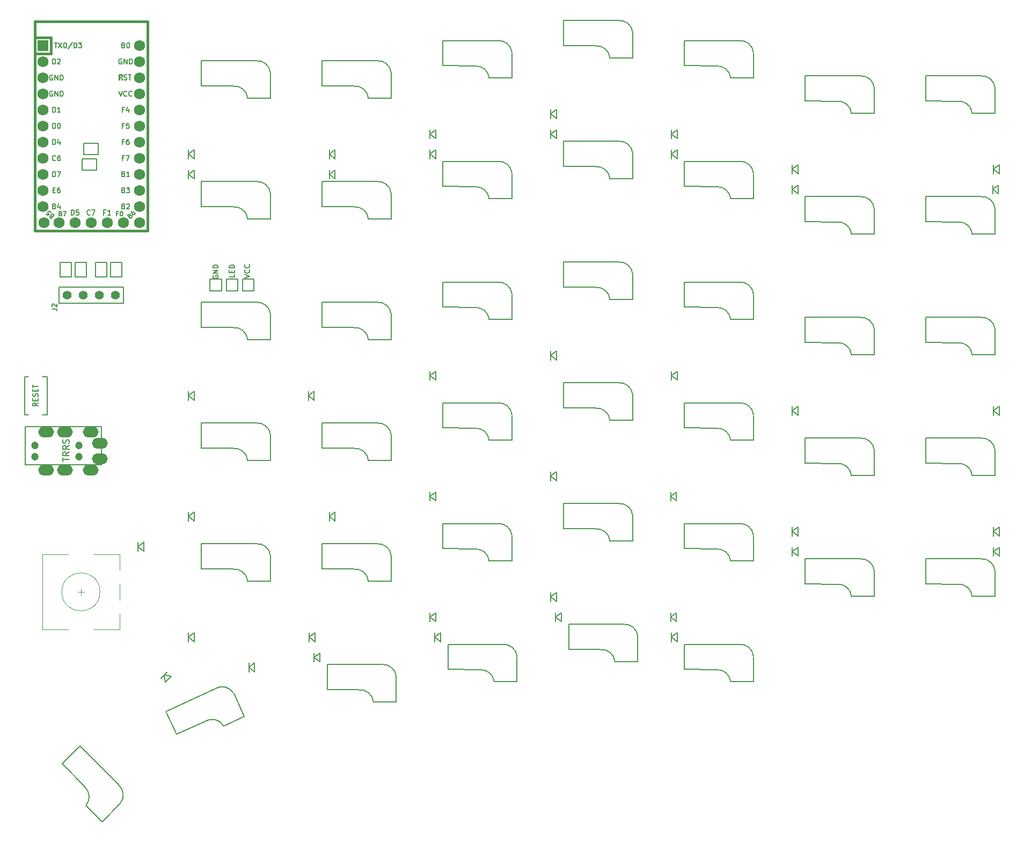
<source format=gbr>
%TF.GenerationSoftware,KiCad,Pcbnew,(6.0.1)*%
%TF.CreationDate,2022-02-14T18:22:42+08:00*%
%TF.ProjectId,Sofle_Extended,536f666c-655f-4457-9874-656e6465642e,rev?*%
%TF.SameCoordinates,Original*%
%TF.FileFunction,Legend,Top*%
%TF.FilePolarity,Positive*%
%FSLAX46Y46*%
G04 Gerber Fmt 4.6, Leading zero omitted, Abs format (unit mm)*
G04 Created by KiCad (PCBNEW (6.0.1)) date 2022-02-14 18:22:42*
%MOMM*%
%LPD*%
G01*
G04 APERTURE LIST*
%ADD10C,0.150000*%
%ADD11C,0.120000*%
%ADD12C,0.381000*%
%ADD13C,1.200000*%
%ADD14O,2.500000X1.700000*%
%ADD15R,1.752600X1.752600*%
%ADD16C,1.752600*%
%ADD17C,1.397000*%
G04 APERTURE END LIST*
D10*
%TO.C,J3*%
X76496130Y-104030654D02*
X76496130Y-103459226D01*
X77496130Y-103744940D02*
X76496130Y-103744940D01*
X77496130Y-102554464D02*
X77019940Y-102887797D01*
X77496130Y-103125892D02*
X76496130Y-103125892D01*
X76496130Y-102744940D01*
X76543750Y-102649702D01*
X76591369Y-102602083D01*
X76686607Y-102554464D01*
X76829464Y-102554464D01*
X76924702Y-102602083D01*
X76972321Y-102649702D01*
X77019940Y-102744940D01*
X77019940Y-103125892D01*
X77496130Y-101554464D02*
X77019940Y-101887797D01*
X77496130Y-102125892D02*
X76496130Y-102125892D01*
X76496130Y-101744940D01*
X76543750Y-101649702D01*
X76591369Y-101602083D01*
X76686607Y-101554464D01*
X76829464Y-101554464D01*
X76924702Y-101602083D01*
X76972321Y-101649702D01*
X77019940Y-101744940D01*
X77019940Y-102125892D01*
X77448511Y-101173511D02*
X77496130Y-101030654D01*
X77496130Y-100792559D01*
X77448511Y-100697321D01*
X77400892Y-100649702D01*
X77305654Y-100602083D01*
X77210416Y-100602083D01*
X77115178Y-100649702D01*
X77067559Y-100697321D01*
X77019940Y-100792559D01*
X76972321Y-100983035D01*
X76924702Y-101078273D01*
X76877083Y-101125892D01*
X76781845Y-101173511D01*
X76686607Y-101173511D01*
X76591369Y-101125892D01*
X76543750Y-101078273D01*
X76496130Y-100983035D01*
X76496130Y-100744940D01*
X76543750Y-100602083D01*
%TO.C,J1*%
X100237500Y-74709523D02*
X100199404Y-74785714D01*
X100199404Y-74900000D01*
X100237500Y-75014285D01*
X100313690Y-75090476D01*
X100389880Y-75128571D01*
X100542261Y-75166666D01*
X100656547Y-75166666D01*
X100808928Y-75128571D01*
X100885119Y-75090476D01*
X100961309Y-75014285D01*
X100999404Y-74900000D01*
X100999404Y-74823809D01*
X100961309Y-74709523D01*
X100923214Y-74671428D01*
X100656547Y-74671428D01*
X100656547Y-74823809D01*
X100999404Y-74328571D02*
X100199404Y-74328571D01*
X100999404Y-73871428D01*
X100199404Y-73871428D01*
X100999404Y-73490476D02*
X100199404Y-73490476D01*
X100199404Y-73300000D01*
X100237500Y-73185714D01*
X100313690Y-73109523D01*
X100389880Y-73071428D01*
X100542261Y-73033333D01*
X100656547Y-73033333D01*
X100808928Y-73071428D01*
X100885119Y-73109523D01*
X100961309Y-73185714D01*
X100999404Y-73300000D01*
X100999404Y-73490476D01*
X103599404Y-74514285D02*
X103599404Y-74895238D01*
X102799404Y-74895238D01*
X103180357Y-74247619D02*
X103180357Y-73980952D01*
X103599404Y-73866666D02*
X103599404Y-74247619D01*
X102799404Y-74247619D01*
X102799404Y-73866666D01*
X103599404Y-73523809D02*
X102799404Y-73523809D01*
X102799404Y-73333333D01*
X102837500Y-73219047D01*
X102913690Y-73142857D01*
X102989880Y-73104761D01*
X103142261Y-73066666D01*
X103256547Y-73066666D01*
X103408928Y-73104761D01*
X103485119Y-73142857D01*
X103561309Y-73219047D01*
X103599404Y-73333333D01*
X103599404Y-73523809D01*
X105199404Y-75066666D02*
X105999404Y-74800000D01*
X105199404Y-74533333D01*
X105923214Y-73809523D02*
X105961309Y-73847619D01*
X105999404Y-73961904D01*
X105999404Y-74038095D01*
X105961309Y-74152380D01*
X105885119Y-74228571D01*
X105808928Y-74266666D01*
X105656547Y-74304761D01*
X105542261Y-74304761D01*
X105389880Y-74266666D01*
X105313690Y-74228571D01*
X105237500Y-74152380D01*
X105199404Y-74038095D01*
X105199404Y-73961904D01*
X105237500Y-73847619D01*
X105275595Y-73809523D01*
X105923214Y-73009523D02*
X105961309Y-73047619D01*
X105999404Y-73161904D01*
X105999404Y-73238095D01*
X105961309Y-73352380D01*
X105885119Y-73428571D01*
X105808928Y-73466666D01*
X105656547Y-73504761D01*
X105542261Y-73504761D01*
X105389880Y-73466666D01*
X105313690Y-73428571D01*
X105237500Y-73352380D01*
X105199404Y-73238095D01*
X105199404Y-73161904D01*
X105237500Y-73047619D01*
X105275595Y-73009523D01*
%TO.C,RSW1*%
X72593154Y-94824404D02*
X72212202Y-95091071D01*
X72593154Y-95281547D02*
X71793154Y-95281547D01*
X71793154Y-94976785D01*
X71831250Y-94900595D01*
X71869345Y-94862500D01*
X71945535Y-94824404D01*
X72059821Y-94824404D01*
X72136011Y-94862500D01*
X72174107Y-94900595D01*
X72212202Y-94976785D01*
X72212202Y-95281547D01*
X72174107Y-94481547D02*
X72174107Y-94214880D01*
X72593154Y-94100595D02*
X72593154Y-94481547D01*
X71793154Y-94481547D01*
X71793154Y-94100595D01*
X72555059Y-93795833D02*
X72593154Y-93681547D01*
X72593154Y-93491071D01*
X72555059Y-93414880D01*
X72516964Y-93376785D01*
X72440773Y-93338690D01*
X72364583Y-93338690D01*
X72288392Y-93376785D01*
X72250297Y-93414880D01*
X72212202Y-93491071D01*
X72174107Y-93643452D01*
X72136011Y-93719642D01*
X72097916Y-93757738D01*
X72021726Y-93795833D01*
X71945535Y-93795833D01*
X71869345Y-93757738D01*
X71831250Y-93719642D01*
X71793154Y-93643452D01*
X71793154Y-93452976D01*
X71831250Y-93338690D01*
X72174107Y-92995833D02*
X72174107Y-92729166D01*
X72593154Y-92614880D02*
X72593154Y-92995833D01*
X71793154Y-92995833D01*
X71793154Y-92614880D01*
X71793154Y-92386309D02*
X71793154Y-91929166D01*
X72593154Y-92157738D02*
X71793154Y-92157738D01*
%TO.C,U1*%
X86099690Y-63760357D02*
X86213976Y-63798452D01*
X86252071Y-63836547D01*
X86290166Y-63912738D01*
X86290166Y-64027023D01*
X86252071Y-64103214D01*
X86213976Y-64141309D01*
X86137785Y-64179404D01*
X85833023Y-64179404D01*
X85833023Y-63379404D01*
X86099690Y-63379404D01*
X86175880Y-63417500D01*
X86213976Y-63455595D01*
X86252071Y-63531785D01*
X86252071Y-63607976D01*
X86213976Y-63684166D01*
X86175880Y-63722261D01*
X86099690Y-63760357D01*
X85833023Y-63760357D01*
X86594928Y-63455595D02*
X86633023Y-63417500D01*
X86709214Y-63379404D01*
X86899690Y-63379404D01*
X86975880Y-63417500D01*
X87013976Y-63455595D01*
X87052071Y-63531785D01*
X87052071Y-63607976D01*
X87013976Y-63722261D01*
X86556833Y-64179404D01*
X87052071Y-64179404D01*
X74911023Y-54019404D02*
X74911023Y-53219404D01*
X75101500Y-53219404D01*
X75215785Y-53257500D01*
X75291976Y-53333690D01*
X75330071Y-53409880D01*
X75368166Y-53562261D01*
X75368166Y-53676547D01*
X75330071Y-53828928D01*
X75291976Y-53905119D01*
X75215785Y-53981309D01*
X75101500Y-54019404D01*
X74911023Y-54019404D01*
X76053880Y-53486071D02*
X76053880Y-54019404D01*
X75863404Y-53181309D02*
X75672928Y-53752738D01*
X76168166Y-53752738D01*
X74891976Y-43097500D02*
X74815785Y-43059404D01*
X74701500Y-43059404D01*
X74587214Y-43097500D01*
X74511023Y-43173690D01*
X74472928Y-43249880D01*
X74434833Y-43402261D01*
X74434833Y-43516547D01*
X74472928Y-43668928D01*
X74511023Y-43745119D01*
X74587214Y-43821309D01*
X74701500Y-43859404D01*
X74777690Y-43859404D01*
X74891976Y-43821309D01*
X74930071Y-43783214D01*
X74930071Y-43516547D01*
X74777690Y-43516547D01*
X75272928Y-43859404D02*
X75272928Y-43059404D01*
X75730071Y-43859404D01*
X75730071Y-43059404D01*
X76111023Y-43859404D02*
X76111023Y-43059404D01*
X76301500Y-43059404D01*
X76415785Y-43097500D01*
X76491976Y-43173690D01*
X76530071Y-43249880D01*
X76568166Y-43402261D01*
X76568166Y-43516547D01*
X76530071Y-43668928D01*
X76491976Y-43745119D01*
X76415785Y-43821309D01*
X76301500Y-43859404D01*
X76111023Y-43859404D01*
X74911023Y-59099404D02*
X74911023Y-58299404D01*
X75101500Y-58299404D01*
X75215785Y-58337500D01*
X75291976Y-58413690D01*
X75330071Y-58489880D01*
X75368166Y-58642261D01*
X75368166Y-58756547D01*
X75330071Y-58908928D01*
X75291976Y-58985119D01*
X75215785Y-59061309D01*
X75101500Y-59099404D01*
X74911023Y-59099404D01*
X75634833Y-58299404D02*
X76168166Y-58299404D01*
X75825309Y-59099404D01*
X86162286Y-43791309D02*
X86276572Y-43829404D01*
X86467048Y-43829404D01*
X86543239Y-43791309D01*
X86581334Y-43753214D01*
X86619429Y-43677023D01*
X86619429Y-43600833D01*
X86581334Y-43524642D01*
X86543239Y-43486547D01*
X86467048Y-43448452D01*
X86314667Y-43410357D01*
X86238477Y-43372261D01*
X86200381Y-43334166D01*
X86162286Y-43257976D01*
X86162286Y-43181785D01*
X86200381Y-43105595D01*
X86238477Y-43067500D01*
X86314667Y-43029404D01*
X86505143Y-43029404D01*
X86619429Y-43067500D01*
X86848000Y-43029404D02*
X87305143Y-43029404D01*
X87076572Y-43829404D02*
X87076572Y-43029404D01*
X86156833Y-56140357D02*
X85890166Y-56140357D01*
X85890166Y-56559404D02*
X85890166Y-55759404D01*
X86271119Y-55759404D01*
X86499690Y-55759404D02*
X87033023Y-55759404D01*
X86690166Y-56559404D01*
X85356833Y-45599404D02*
X85623500Y-46399404D01*
X85890166Y-45599404D01*
X86613976Y-46323214D02*
X86575880Y-46361309D01*
X86461595Y-46399404D01*
X86385404Y-46399404D01*
X86271119Y-46361309D01*
X86194928Y-46285119D01*
X86156833Y-46208928D01*
X86118738Y-46056547D01*
X86118738Y-45942261D01*
X86156833Y-45789880D01*
X86194928Y-45713690D01*
X86271119Y-45637500D01*
X86385404Y-45599404D01*
X86461595Y-45599404D01*
X86575880Y-45637500D01*
X86613976Y-45675595D01*
X87413976Y-46323214D02*
X87375880Y-46361309D01*
X87261595Y-46399404D01*
X87185404Y-46399404D01*
X87071119Y-46361309D01*
X86994928Y-46285119D01*
X86956833Y-46208928D01*
X86918738Y-46056547D01*
X86918738Y-45942261D01*
X86956833Y-45789880D01*
X86994928Y-45713690D01*
X87071119Y-45637500D01*
X87185404Y-45599404D01*
X87261595Y-45599404D01*
X87375880Y-45637500D01*
X87413976Y-45675595D01*
X80829166Y-65073214D02*
X80791071Y-65111309D01*
X80676785Y-65149404D01*
X80600595Y-65149404D01*
X80486309Y-65111309D01*
X80410119Y-65035119D01*
X80372023Y-64958928D01*
X80333928Y-64806547D01*
X80333928Y-64692261D01*
X80372023Y-64539880D01*
X80410119Y-64463690D01*
X80486309Y-64387500D01*
X80600595Y-64349404D01*
X80676785Y-64349404D01*
X80791071Y-64387500D01*
X80829166Y-64425595D01*
X81095833Y-64349404D02*
X81629166Y-64349404D01*
X81286309Y-65149404D01*
X86156833Y-53600357D02*
X85890166Y-53600357D01*
X85890166Y-54019404D02*
X85890166Y-53219404D01*
X86271119Y-53219404D01*
X86918738Y-53219404D02*
X86766357Y-53219404D01*
X86690166Y-53257500D01*
X86652071Y-53295595D01*
X86575880Y-53409880D01*
X86537785Y-53562261D01*
X86537785Y-53867023D01*
X86575880Y-53943214D01*
X86613976Y-53981309D01*
X86690166Y-54019404D01*
X86842547Y-54019404D01*
X86918738Y-53981309D01*
X86956833Y-53943214D01*
X86994928Y-53867023D01*
X86994928Y-53676547D01*
X86956833Y-53600357D01*
X86918738Y-53562261D01*
X86842547Y-53524166D01*
X86690166Y-53524166D01*
X86613976Y-53562261D01*
X86575880Y-53600357D01*
X86537785Y-53676547D01*
X74911023Y-51479404D02*
X74911023Y-50679404D01*
X75101500Y-50679404D01*
X75215785Y-50717500D01*
X75291976Y-50793690D01*
X75330071Y-50869880D01*
X75368166Y-51022261D01*
X75368166Y-51136547D01*
X75330071Y-51288928D01*
X75291976Y-51365119D01*
X75215785Y-51441309D01*
X75101500Y-51479404D01*
X74911023Y-51479404D01*
X75863404Y-50679404D02*
X75939595Y-50679404D01*
X76015785Y-50717500D01*
X76053880Y-50755595D01*
X76091976Y-50831785D01*
X76130071Y-50984166D01*
X76130071Y-51174642D01*
X76091976Y-51327023D01*
X76053880Y-51403214D01*
X76015785Y-51441309D01*
X75939595Y-51479404D01*
X75863404Y-51479404D01*
X75787214Y-51441309D01*
X75749119Y-51403214D01*
X75711023Y-51327023D01*
X75672928Y-51174642D01*
X75672928Y-50984166D01*
X75711023Y-50831785D01*
X75749119Y-50755595D01*
X75787214Y-50717500D01*
X75863404Y-50679404D01*
X86156833Y-48520357D02*
X85890166Y-48520357D01*
X85890166Y-48939404D02*
X85890166Y-48139404D01*
X86271119Y-48139404D01*
X86918738Y-48406071D02*
X86918738Y-48939404D01*
X86728261Y-48101309D02*
X86537785Y-48672738D01*
X87033023Y-48672738D01*
X75177690Y-63760357D02*
X75291976Y-63798452D01*
X75330071Y-63836547D01*
X75368166Y-63912738D01*
X75368166Y-64027023D01*
X75330071Y-64103214D01*
X75291976Y-64141309D01*
X75215785Y-64179404D01*
X74911023Y-64179404D01*
X74911023Y-63379404D01*
X75177690Y-63379404D01*
X75253880Y-63417500D01*
X75291976Y-63455595D01*
X75330071Y-63531785D01*
X75330071Y-63607976D01*
X75291976Y-63684166D01*
X75253880Y-63722261D01*
X75177690Y-63760357D01*
X74911023Y-63760357D01*
X76053880Y-63646071D02*
X76053880Y-64179404D01*
X75863404Y-63341309D02*
X75672928Y-63912738D01*
X76168166Y-63912738D01*
X85229166Y-64937500D02*
X84995833Y-64937500D01*
X84995833Y-65304166D02*
X84995833Y-64604166D01*
X85329166Y-64604166D01*
X85729166Y-64604166D02*
X85795833Y-64604166D01*
X85862500Y-64637500D01*
X85895833Y-64670833D01*
X85929166Y-64737500D01*
X85962500Y-64870833D01*
X85962500Y-65037500D01*
X85929166Y-65170833D01*
X85895833Y-65237500D01*
X85862500Y-65270833D01*
X85795833Y-65304166D01*
X85729166Y-65304166D01*
X85662500Y-65270833D01*
X85629166Y-65237500D01*
X85595833Y-65170833D01*
X85562500Y-65037500D01*
X85562500Y-64870833D01*
X85595833Y-64737500D01*
X85629166Y-64670833D01*
X85662500Y-64637500D01*
X85729166Y-64604166D01*
X86099690Y-58680357D02*
X86213976Y-58718452D01*
X86252071Y-58756547D01*
X86290166Y-58832738D01*
X86290166Y-58947023D01*
X86252071Y-59023214D01*
X86213976Y-59061309D01*
X86137785Y-59099404D01*
X85833023Y-59099404D01*
X85833023Y-58299404D01*
X86099690Y-58299404D01*
X86175880Y-58337500D01*
X86213976Y-58375595D01*
X86252071Y-58451785D01*
X86252071Y-58527976D01*
X86213976Y-58604166D01*
X86175880Y-58642261D01*
X86099690Y-58680357D01*
X85833023Y-58680357D01*
X87052071Y-59099404D02*
X86594928Y-59099404D01*
X86823500Y-59099404D02*
X86823500Y-58299404D01*
X86747309Y-58413690D01*
X86671119Y-58489880D01*
X86594928Y-58527976D01*
X74911023Y-48939404D02*
X74911023Y-48139404D01*
X75101500Y-48139404D01*
X75215785Y-48177500D01*
X75291976Y-48253690D01*
X75330071Y-48329880D01*
X75368166Y-48482261D01*
X75368166Y-48596547D01*
X75330071Y-48748928D01*
X75291976Y-48825119D01*
X75215785Y-48901309D01*
X75101500Y-48939404D01*
X74911023Y-48939404D01*
X76130071Y-48939404D02*
X75672928Y-48939404D01*
X75901500Y-48939404D02*
X75901500Y-48139404D01*
X75825309Y-48253690D01*
X75749119Y-48329880D01*
X75672928Y-48367976D01*
X77832023Y-65149404D02*
X77832023Y-64349404D01*
X78022500Y-64349404D01*
X78136785Y-64387500D01*
X78212976Y-64463690D01*
X78251071Y-64539880D01*
X78289166Y-64692261D01*
X78289166Y-64806547D01*
X78251071Y-64958928D01*
X78212976Y-65035119D01*
X78136785Y-65111309D01*
X78022500Y-65149404D01*
X77832023Y-65149404D01*
X79012976Y-64349404D02*
X78632023Y-64349404D01*
X78593928Y-64730357D01*
X78632023Y-64692261D01*
X78708214Y-64654166D01*
X78898690Y-64654166D01*
X78974880Y-64692261D01*
X79012976Y-64730357D01*
X79051071Y-64806547D01*
X79051071Y-64997023D01*
X79012976Y-65073214D01*
X78974880Y-65111309D01*
X78898690Y-65149404D01*
X78708214Y-65149404D01*
X78632023Y-65111309D01*
X78593928Y-65073214D01*
X85813976Y-40557500D02*
X85737785Y-40519404D01*
X85623500Y-40519404D01*
X85509214Y-40557500D01*
X85433023Y-40633690D01*
X85394928Y-40709880D01*
X85356833Y-40862261D01*
X85356833Y-40976547D01*
X85394928Y-41128928D01*
X85433023Y-41205119D01*
X85509214Y-41281309D01*
X85623500Y-41319404D01*
X85699690Y-41319404D01*
X85813976Y-41281309D01*
X85852071Y-41243214D01*
X85852071Y-40976547D01*
X85699690Y-40976547D01*
X86194928Y-41319404D02*
X86194928Y-40519404D01*
X86652071Y-41319404D01*
X86652071Y-40519404D01*
X87033023Y-41319404D02*
X87033023Y-40519404D01*
X87223500Y-40519404D01*
X87337785Y-40557500D01*
X87413976Y-40633690D01*
X87452071Y-40709880D01*
X87490166Y-40862261D01*
X87490166Y-40976547D01*
X87452071Y-41128928D01*
X87413976Y-41205119D01*
X87337785Y-41281309D01*
X87223500Y-41319404D01*
X87033023Y-41319404D01*
X75368166Y-56483214D02*
X75330071Y-56521309D01*
X75215785Y-56559404D01*
X75139595Y-56559404D01*
X75025309Y-56521309D01*
X74949119Y-56445119D01*
X74911023Y-56368928D01*
X74872928Y-56216547D01*
X74872928Y-56102261D01*
X74911023Y-55949880D01*
X74949119Y-55873690D01*
X75025309Y-55797500D01*
X75139595Y-55759404D01*
X75215785Y-55759404D01*
X75330071Y-55797500D01*
X75368166Y-55835595D01*
X76053880Y-55759404D02*
X75901500Y-55759404D01*
X75825309Y-55797500D01*
X75787214Y-55835595D01*
X75711023Y-55949880D01*
X75672928Y-56102261D01*
X75672928Y-56407023D01*
X75711023Y-56483214D01*
X75749119Y-56521309D01*
X75825309Y-56559404D01*
X75977690Y-56559404D01*
X76053880Y-56521309D01*
X76091976Y-56483214D01*
X76130071Y-56407023D01*
X76130071Y-56216547D01*
X76091976Y-56140357D01*
X76053880Y-56102261D01*
X75977690Y-56064166D01*
X75825309Y-56064166D01*
X75749119Y-56102261D01*
X75711023Y-56140357D01*
X75672928Y-56216547D01*
X83235833Y-64730357D02*
X82969166Y-64730357D01*
X82969166Y-65149404D02*
X82969166Y-64349404D01*
X83350119Y-64349404D01*
X84073928Y-65149404D02*
X83616785Y-65149404D01*
X83845357Y-65149404D02*
X83845357Y-64349404D01*
X83769166Y-64463690D01*
X83692976Y-64539880D01*
X83616785Y-64577976D01*
X74891976Y-45637500D02*
X74815785Y-45599404D01*
X74701500Y-45599404D01*
X74587214Y-45637500D01*
X74511023Y-45713690D01*
X74472928Y-45789880D01*
X74434833Y-45942261D01*
X74434833Y-46056547D01*
X74472928Y-46208928D01*
X74511023Y-46285119D01*
X74587214Y-46361309D01*
X74701500Y-46399404D01*
X74777690Y-46399404D01*
X74891976Y-46361309D01*
X74930071Y-46323214D01*
X74930071Y-46056547D01*
X74777690Y-46056547D01*
X75272928Y-46399404D02*
X75272928Y-45599404D01*
X75730071Y-46399404D01*
X75730071Y-45599404D01*
X76111023Y-46399404D02*
X76111023Y-45599404D01*
X76301500Y-45599404D01*
X76415785Y-45637500D01*
X76491976Y-45713690D01*
X76530071Y-45789880D01*
X76568166Y-45942261D01*
X76568166Y-46056547D01*
X76530071Y-46208928D01*
X76491976Y-46285119D01*
X76415785Y-46361309D01*
X76301500Y-46399404D01*
X76111023Y-46399404D01*
X74911023Y-41319404D02*
X74911023Y-40519404D01*
X75101500Y-40519404D01*
X75215785Y-40557500D01*
X75291976Y-40633690D01*
X75330071Y-40709880D01*
X75368166Y-40862261D01*
X75368166Y-40976547D01*
X75330071Y-41128928D01*
X75291976Y-41205119D01*
X75215785Y-41281309D01*
X75101500Y-41319404D01*
X74911023Y-41319404D01*
X75672928Y-40595595D02*
X75711023Y-40557500D01*
X75787214Y-40519404D01*
X75977690Y-40519404D01*
X76053880Y-40557500D01*
X76091976Y-40595595D01*
X76130071Y-40671785D01*
X76130071Y-40747976D01*
X76091976Y-40862261D01*
X75634833Y-41319404D01*
X76130071Y-41319404D01*
X74727491Y-65323202D02*
X74680351Y-65228921D01*
X74680351Y-65181780D01*
X74703921Y-65111070D01*
X74774632Y-65040359D01*
X74845342Y-65016789D01*
X74892483Y-65016789D01*
X74963193Y-65040359D01*
X75151755Y-65228921D01*
X74656780Y-65723896D01*
X74491789Y-65558904D01*
X74468219Y-65488193D01*
X74468219Y-65441053D01*
X74491789Y-65370342D01*
X74538929Y-65323202D01*
X74609640Y-65299632D01*
X74656780Y-65299632D01*
X74727491Y-65323202D01*
X74892483Y-65488193D01*
X73926103Y-64993219D02*
X74161806Y-65228921D01*
X74421078Y-65016789D01*
X74373938Y-65016789D01*
X74303227Y-64993219D01*
X74185376Y-64875367D01*
X74161806Y-64804657D01*
X74161806Y-64757516D01*
X74185376Y-64686806D01*
X74303227Y-64568955D01*
X74373938Y-64545384D01*
X74421078Y-64545384D01*
X74491789Y-64568955D01*
X74609640Y-64686806D01*
X74633210Y-64757516D01*
X74633210Y-64804657D01*
X87126797Y-65252491D02*
X87221078Y-65205351D01*
X87268219Y-65205351D01*
X87338929Y-65228921D01*
X87409640Y-65299632D01*
X87433210Y-65370342D01*
X87433210Y-65417483D01*
X87409640Y-65488193D01*
X87221078Y-65676755D01*
X86726103Y-65181780D01*
X86891095Y-65016789D01*
X86961806Y-64993219D01*
X87008946Y-64993219D01*
X87079657Y-65016789D01*
X87126797Y-65063929D01*
X87150367Y-65134640D01*
X87150367Y-65181780D01*
X87126797Y-65252491D01*
X86961806Y-65417483D01*
X87433210Y-64474674D02*
X87338929Y-64568955D01*
X87315359Y-64639665D01*
X87315359Y-64686806D01*
X87338929Y-64804657D01*
X87409640Y-64922508D01*
X87598202Y-65111070D01*
X87668912Y-65134640D01*
X87716053Y-65134640D01*
X87786764Y-65111070D01*
X87881044Y-65016789D01*
X87904615Y-64946078D01*
X87904615Y-64898938D01*
X87881044Y-64828227D01*
X87763193Y-64710376D01*
X87692483Y-64686806D01*
X87645342Y-64686806D01*
X87574632Y-64710376D01*
X87480351Y-64804657D01*
X87456780Y-64875367D01*
X87456780Y-64922508D01*
X87480351Y-64993219D01*
X76179166Y-64937500D02*
X76279166Y-64970833D01*
X76312500Y-65004166D01*
X76345833Y-65070833D01*
X76345833Y-65170833D01*
X76312500Y-65237500D01*
X76279166Y-65270833D01*
X76212500Y-65304166D01*
X75945833Y-65304166D01*
X75945833Y-64604166D01*
X76179166Y-64604166D01*
X76245833Y-64637500D01*
X76279166Y-64670833D01*
X76312500Y-64737500D01*
X76312500Y-64804166D01*
X76279166Y-64870833D01*
X76245833Y-64904166D01*
X76179166Y-64937500D01*
X75945833Y-64937500D01*
X76579166Y-64604166D02*
X77045833Y-64604166D01*
X76745833Y-65304166D01*
X86099690Y-38360357D02*
X86213976Y-38398452D01*
X86252071Y-38436547D01*
X86290166Y-38512738D01*
X86290166Y-38627023D01*
X86252071Y-38703214D01*
X86213976Y-38741309D01*
X86137785Y-38779404D01*
X85833023Y-38779404D01*
X85833023Y-37979404D01*
X86099690Y-37979404D01*
X86175880Y-38017500D01*
X86213976Y-38055595D01*
X86252071Y-38131785D01*
X86252071Y-38207976D01*
X86213976Y-38284166D01*
X86175880Y-38322261D01*
X86099690Y-38360357D01*
X85833023Y-38360357D01*
X86785404Y-37979404D02*
X86861595Y-37979404D01*
X86937785Y-38017500D01*
X86975880Y-38055595D01*
X87013976Y-38131785D01*
X87052071Y-38284166D01*
X87052071Y-38474642D01*
X87013976Y-38627023D01*
X86975880Y-38703214D01*
X86937785Y-38741309D01*
X86861595Y-38779404D01*
X86785404Y-38779404D01*
X86709214Y-38741309D01*
X86671119Y-38703214D01*
X86633023Y-38627023D01*
X86594928Y-38474642D01*
X86594928Y-38284166D01*
X86633023Y-38131785D01*
X86671119Y-38055595D01*
X86709214Y-38017500D01*
X86785404Y-37979404D01*
X74949119Y-61220357D02*
X75215785Y-61220357D01*
X75330071Y-61639404D02*
X74949119Y-61639404D01*
X74949119Y-60839404D01*
X75330071Y-60839404D01*
X76015785Y-60839404D02*
X75863404Y-60839404D01*
X75787214Y-60877500D01*
X75749119Y-60915595D01*
X75672928Y-61029880D01*
X75634833Y-61182261D01*
X75634833Y-61487023D01*
X75672928Y-61563214D01*
X75711023Y-61601309D01*
X75787214Y-61639404D01*
X75939595Y-61639404D01*
X76015785Y-61601309D01*
X76053880Y-61563214D01*
X76091976Y-61487023D01*
X76091976Y-61296547D01*
X76053880Y-61220357D01*
X76015785Y-61182261D01*
X75939595Y-61144166D01*
X75787214Y-61144166D01*
X75711023Y-61182261D01*
X75672928Y-61220357D01*
X75634833Y-61296547D01*
X86099690Y-61220357D02*
X86213976Y-61258452D01*
X86252071Y-61296547D01*
X86290166Y-61372738D01*
X86290166Y-61487023D01*
X86252071Y-61563214D01*
X86213976Y-61601309D01*
X86137785Y-61639404D01*
X85833023Y-61639404D01*
X85833023Y-60839404D01*
X86099690Y-60839404D01*
X86175880Y-60877500D01*
X86213976Y-60915595D01*
X86252071Y-60991785D01*
X86252071Y-61067976D01*
X86213976Y-61144166D01*
X86175880Y-61182261D01*
X86099690Y-61220357D01*
X85833023Y-61220357D01*
X86556833Y-60839404D02*
X87052071Y-60839404D01*
X86785404Y-61144166D01*
X86899690Y-61144166D01*
X86975880Y-61182261D01*
X87013976Y-61220357D01*
X87052071Y-61296547D01*
X87052071Y-61487023D01*
X87013976Y-61563214D01*
X86975880Y-61601309D01*
X86899690Y-61639404D01*
X86671119Y-61639404D01*
X86594928Y-61601309D01*
X86556833Y-61563214D01*
X86156833Y-51060357D02*
X85890166Y-51060357D01*
X85890166Y-51479404D02*
X85890166Y-50679404D01*
X86271119Y-50679404D01*
X86956833Y-50679404D02*
X86575880Y-50679404D01*
X86537785Y-51060357D01*
X86575880Y-51022261D01*
X86652071Y-50984166D01*
X86842547Y-50984166D01*
X86918738Y-51022261D01*
X86956833Y-51060357D01*
X86994928Y-51136547D01*
X86994928Y-51327023D01*
X86956833Y-51403214D01*
X86918738Y-51441309D01*
X86842547Y-51479404D01*
X86652071Y-51479404D01*
X86575880Y-51441309D01*
X86537785Y-51403214D01*
X75200151Y-37979404D02*
X75657294Y-37979404D01*
X75428723Y-38779404D02*
X75428723Y-37979404D01*
X75847770Y-37979404D02*
X76381104Y-38779404D01*
X76381104Y-37979404D02*
X75847770Y-38779404D01*
X76838247Y-37979404D02*
X76914437Y-37979404D01*
X76990628Y-38017500D01*
X77028723Y-38055595D01*
X77066818Y-38131785D01*
X77104913Y-38284166D01*
X77104913Y-38474642D01*
X77066818Y-38627023D01*
X77028723Y-38703214D01*
X76990628Y-38741309D01*
X76914437Y-38779404D01*
X76838247Y-38779404D01*
X76762056Y-38741309D01*
X76723961Y-38703214D01*
X76685866Y-38627023D01*
X76647770Y-38474642D01*
X76647770Y-38284166D01*
X76685866Y-38131785D01*
X76723961Y-38055595D01*
X76762056Y-38017500D01*
X76838247Y-37979404D01*
X78019199Y-37941309D02*
X77333485Y-38969880D01*
X78285866Y-38779404D02*
X78285866Y-37979404D01*
X78476342Y-37979404D01*
X78590628Y-38017500D01*
X78666818Y-38093690D01*
X78704913Y-38169880D01*
X78743008Y-38322261D01*
X78743008Y-38436547D01*
X78704913Y-38588928D01*
X78666818Y-38665119D01*
X78590628Y-38741309D01*
X78476342Y-38779404D01*
X78285866Y-38779404D01*
X79009675Y-37979404D02*
X79504913Y-37979404D01*
X79238247Y-38284166D01*
X79352532Y-38284166D01*
X79428723Y-38322261D01*
X79466818Y-38360357D01*
X79504913Y-38436547D01*
X79504913Y-38627023D01*
X79466818Y-38703214D01*
X79428723Y-38741309D01*
X79352532Y-38779404D01*
X79123961Y-38779404D01*
X79047770Y-38741309D01*
X79009675Y-38703214D01*
%TO.C,J2*%
X74792395Y-79988433D02*
X75372966Y-79988433D01*
X75489080Y-80027138D01*
X75566490Y-80104547D01*
X75605195Y-80220661D01*
X75605195Y-80298071D01*
X74869804Y-79640090D02*
X74831100Y-79601385D01*
X74792395Y-79523976D01*
X74792395Y-79330452D01*
X74831100Y-79253042D01*
X74869804Y-79214338D01*
X74947214Y-79175633D01*
X75024623Y-79175633D01*
X75140738Y-79214338D01*
X75605195Y-79678795D01*
X75605195Y-79175633D01*
%TO.C,SW41*%
X76408642Y-151753133D02*
X79947004Y-155356549D01*
X85530319Y-158046383D02*
X82740783Y-160835920D01*
X79204542Y-148957233D02*
X85303338Y-155056029D01*
X76441169Y-151720606D02*
X79204542Y-148957233D01*
X82734419Y-160842284D02*
X80181764Y-158289628D01*
X80195200Y-158269122D02*
G75*
G03*
X79926498Y-155341700I-1598062J1329360D01*
G01*
X85572039Y-157989108D02*
G75*
G03*
X85303338Y-155056029I-1600890J1332189D01*
G01*
%TO.C,SW3*%
X185487500Y-39600000D02*
X185487500Y-43545000D01*
X185487500Y-43554000D02*
X181877500Y-43554000D01*
X174587500Y-41600000D02*
X179637500Y-41646000D01*
X174587500Y-37646000D02*
X183212500Y-37646000D01*
X174587500Y-41554000D02*
X174587500Y-37646000D01*
X181872501Y-43529999D02*
G75*
G03*
X179612500Y-41650000I-2070000J-190001D01*
G01*
X185476500Y-39530000D02*
G75*
G03*
X183212500Y-37646000I-2074000J-190000D01*
G01*
%TO.C,D9*%
X192487500Y-61818750D02*
X191587500Y-61118750D01*
X192487500Y-60418750D02*
X192487500Y-61818750D01*
X191587500Y-60418750D02*
X191587500Y-61818750D01*
X191587500Y-61118750D02*
X192487500Y-60418750D01*
%TO.C,SW37*%
X156331250Y-129721000D02*
X164956250Y-129721000D01*
X167231250Y-131675000D02*
X167231250Y-135620000D01*
X156331250Y-133675000D02*
X161381250Y-133721000D01*
X167231250Y-135629000D02*
X163621250Y-135629000D01*
X156331250Y-133629000D02*
X156331250Y-129721000D01*
X163616251Y-135604999D02*
G75*
G03*
X161356250Y-133725000I-2070000J-190001D01*
G01*
X167220250Y-131605000D02*
G75*
G03*
X164956250Y-129721000I-2074000J-190000D01*
G01*
%TO.C,SW31*%
X185487500Y-115800000D02*
X185487500Y-119745000D01*
X174587500Y-117800000D02*
X179637500Y-117846000D01*
X174587500Y-113846000D02*
X183212500Y-113846000D01*
X185487500Y-119754000D02*
X181877500Y-119754000D01*
X174587500Y-117754000D02*
X174587500Y-113846000D01*
X181872501Y-119729999D02*
G75*
G03*
X179612500Y-117850000I-2070000J-190001D01*
G01*
X185476500Y-115730000D02*
G75*
G03*
X183212500Y-113846000I-2074000J-190000D01*
G01*
%TO.C,D12*%
X135337500Y-54862500D02*
X135337500Y-56262500D01*
X134437500Y-54862500D02*
X134437500Y-56262500D01*
X135337500Y-56262500D02*
X134437500Y-55562500D01*
X134437500Y-55562500D02*
X135337500Y-54862500D01*
%TO.C,D27*%
X119462500Y-113412500D02*
X118562500Y-112712500D01*
X118562500Y-112712500D02*
X119462500Y-112012500D01*
X118562500Y-112012500D02*
X118562500Y-113412500D01*
X119462500Y-112012500D02*
X119462500Y-113412500D01*
%TO.C,J3*%
X82593750Y-98518750D02*
X82593750Y-104518750D01*
X82593750Y-104518750D02*
X70593750Y-104518750D01*
X70593750Y-104518750D02*
X70593750Y-98518750D01*
X70593750Y-98518750D02*
X82593750Y-98518750D01*
%TO.C,D6*%
X119462500Y-54862500D02*
X119462500Y-56262500D01*
X118562500Y-54862500D02*
X118562500Y-56262500D01*
X119462500Y-56262500D02*
X118562500Y-55562500D01*
X118562500Y-55562500D02*
X119462500Y-54862500D01*
%TO.C,D10*%
X173437500Y-54862500D02*
X173437500Y-56262500D01*
X173437500Y-56262500D02*
X172537500Y-55562500D01*
X172537500Y-54862500D02*
X172537500Y-56262500D01*
X172537500Y-55562500D02*
X173437500Y-54862500D01*
%TO.C,D4*%
X153487500Y-49212500D02*
X154387500Y-48512500D01*
X154387500Y-49912500D02*
X153487500Y-49212500D01*
X154387500Y-48512500D02*
X154387500Y-49912500D01*
X153487500Y-48512500D02*
X153487500Y-49912500D01*
%TO.C,D16*%
X191587500Y-95343750D02*
X191587500Y-96743750D01*
X192487500Y-96743750D02*
X191587500Y-96043750D01*
X192487500Y-95343750D02*
X192487500Y-96743750D01*
X191587500Y-96043750D02*
X192487500Y-95343750D01*
%TO.C,SW13*%
X128337500Y-65779000D02*
X124727500Y-65779000D01*
X128337500Y-61825000D02*
X128337500Y-65770000D01*
X117437500Y-63825000D02*
X122487500Y-63871000D01*
X117437500Y-63779000D02*
X117437500Y-59871000D01*
X117437500Y-59871000D02*
X126062500Y-59871000D01*
X124722501Y-65754999D02*
G75*
G03*
X122462500Y-63875000I-2070000J-190001D01*
G01*
X128326500Y-61755000D02*
G75*
G03*
X126062500Y-59871000I-2074000J-190000D01*
G01*
%TO.C,SW1*%
X212687500Y-47110250D02*
X212687500Y-43202250D01*
X212687500Y-43202250D02*
X221312500Y-43202250D01*
X212687500Y-47156250D02*
X217737500Y-47202250D01*
X223587500Y-45156250D02*
X223587500Y-49101250D01*
X223587500Y-49110250D02*
X219977500Y-49110250D01*
X219972501Y-49086249D02*
G75*
G03*
X217712500Y-47206250I-2070000J-190001D01*
G01*
X223576500Y-45086250D02*
G75*
G03*
X221312500Y-43202250I-2074000J-190000D01*
G01*
%TO.C,J1*%
X104137500Y-77100000D02*
X102337500Y-77100000D01*
X104837500Y-77100000D02*
X104837500Y-75300000D01*
X101537500Y-77100000D02*
X99737500Y-77100000D01*
X99737500Y-77100000D02*
X99737500Y-75300000D01*
X101537500Y-75300000D02*
X99737500Y-75300000D01*
X104137500Y-75300000D02*
X104137500Y-77100000D01*
X102337500Y-77100000D02*
X102337500Y-75300000D01*
X106637500Y-77100000D02*
X104837500Y-77100000D01*
X104837500Y-75300000D02*
X106637500Y-75300000D01*
X104137500Y-75300000D02*
X102337500Y-75300000D01*
X101537500Y-75300000D02*
X101537500Y-77100000D01*
X106637500Y-75300000D02*
X106637500Y-77100000D01*
%TO.C,JP10*%
X79819500Y-53879750D02*
X82105500Y-53879750D01*
X82105500Y-53879750D02*
X82105500Y-55657750D01*
X79819500Y-55657750D02*
X79819500Y-53879750D01*
X82105500Y-55657750D02*
X79819500Y-55657750D01*
%TO.C,JP9*%
X81812130Y-56261000D02*
X81812130Y-58039000D01*
X79526130Y-56261000D02*
X81812130Y-56261000D01*
X81812130Y-58039000D02*
X79526130Y-58039000D01*
X79526130Y-58039000D02*
X79526130Y-56261000D01*
%TO.C,SW21*%
X109287500Y-84829000D02*
X105677500Y-84829000D01*
X98387500Y-82875000D02*
X103437500Y-82921000D01*
X109287500Y-80875000D02*
X109287500Y-84820000D01*
X98387500Y-82829000D02*
X98387500Y-78921000D01*
X98387500Y-78921000D02*
X107012500Y-78921000D01*
X109276500Y-80805000D02*
G75*
G03*
X107012500Y-78921000I-2074000J-190000D01*
G01*
X105672501Y-84804999D02*
G75*
G03*
X103412500Y-82925000I-2070000J-190001D01*
G01*
%TO.C,D20*%
X116175000Y-92962500D02*
X116175000Y-94362500D01*
X116175000Y-94362500D02*
X115275000Y-93662500D01*
X115275000Y-92962500D02*
X115275000Y-94362500D01*
X115275000Y-93662500D02*
X116175000Y-92962500D01*
%TO.C,D14*%
X96337500Y-58037500D02*
X96337500Y-59437500D01*
X96337500Y-58737500D02*
X97237500Y-58037500D01*
X97237500Y-59437500D02*
X96337500Y-58737500D01*
X97237500Y-58037500D02*
X97237500Y-59437500D01*
%TO.C,D3*%
X173437500Y-53087500D02*
X172537500Y-52387500D01*
X172537500Y-52387500D02*
X173437500Y-51687500D01*
X173437500Y-51687500D02*
X173437500Y-53087500D01*
X172537500Y-51687500D02*
X172537500Y-53087500D01*
%TO.C,D32*%
X154387500Y-126112500D02*
X153487500Y-125412500D01*
X153487500Y-125412500D02*
X154387500Y-124712500D01*
X154387500Y-124712500D02*
X154387500Y-126112500D01*
X153487500Y-124712500D02*
X153487500Y-126112500D01*
%TO.C,D8*%
X223225000Y-60418750D02*
X223225000Y-61818750D01*
X223225000Y-61118750D02*
X224125000Y-60418750D01*
X224125000Y-61818750D02*
X223225000Y-61118750D01*
X224125000Y-60418750D02*
X224125000Y-61818750D01*
%TO.C,D17*%
X172537500Y-90487500D02*
X173437500Y-89787500D01*
X173437500Y-91187500D02*
X172537500Y-90487500D01*
X173437500Y-89787500D02*
X173437500Y-91187500D01*
X172537500Y-89787500D02*
X172537500Y-91187500D01*
%TO.C,D23*%
X192487500Y-114393750D02*
X192487500Y-115793750D01*
X191587500Y-114393750D02*
X191587500Y-115793750D01*
X191587500Y-115093750D02*
X192487500Y-114393750D01*
X192487500Y-115793750D02*
X191587500Y-115093750D01*
%TO.C,SW4*%
X155537500Y-38379000D02*
X155537500Y-34471000D01*
X166437500Y-40379000D02*
X162827500Y-40379000D01*
X166437500Y-36425000D02*
X166437500Y-40370000D01*
X155537500Y-34471000D02*
X164162500Y-34471000D01*
X155537500Y-38425000D02*
X160587500Y-38471000D01*
X166426500Y-36355000D02*
G75*
G03*
X164162500Y-34471000I-2074000J-190000D01*
G01*
X162822501Y-40354999D02*
G75*
G03*
X160562500Y-38475000I-2070000J-190001D01*
G01*
%TO.C,D39*%
X116181250Y-134237500D02*
X116181250Y-135637500D01*
X116181250Y-134937500D02*
X117081250Y-134237500D01*
X117081250Y-135637500D02*
X116181250Y-134937500D01*
X117081250Y-134237500D02*
X117081250Y-135637500D01*
%TO.C,JP3*%
X80264000Y-72675750D02*
X80264000Y-74961750D01*
X78486000Y-72675750D02*
X80264000Y-72675750D01*
X78486000Y-74961750D02*
X78486000Y-72675750D01*
X80264000Y-74961750D02*
X78486000Y-74961750D01*
%TO.C,D29*%
X224237500Y-117568750D02*
X224237500Y-118968750D01*
X224237500Y-118968750D02*
X223337500Y-118268750D01*
X223337500Y-117568750D02*
X223337500Y-118968750D01*
X223337500Y-118268750D02*
X224237500Y-117568750D01*
%TO.C,SW33*%
X147387500Y-119754000D02*
X143777500Y-119754000D01*
X136487500Y-117754000D02*
X136487500Y-113846000D01*
X136487500Y-113846000D02*
X145112500Y-113846000D01*
X136487500Y-117800000D02*
X141537500Y-117846000D01*
X147387500Y-115800000D02*
X147387500Y-119745000D01*
X143772501Y-119729999D02*
G75*
G03*
X141512500Y-117850000I-2070000J-190001D01*
G01*
X147376500Y-115730000D02*
G75*
G03*
X145112500Y-113846000I-2074000J-190000D01*
G01*
%TO.C,SW14*%
X98387500Y-63825000D02*
X103437500Y-63871000D01*
X98387500Y-59871000D02*
X107012500Y-59871000D01*
X109287500Y-61825000D02*
X109287500Y-65770000D01*
X98387500Y-63779000D02*
X98387500Y-59871000D01*
X109287500Y-65779000D02*
X105677500Y-65779000D01*
X105672501Y-65754999D02*
G75*
G03*
X103412500Y-63875000I-2070000J-190001D01*
G01*
X109276500Y-61755000D02*
G75*
G03*
X107012500Y-59871000I-2074000J-190000D01*
G01*
%TO.C,D37*%
X155181250Y-127887500D02*
X155181250Y-129287500D01*
X154281250Y-127887500D02*
X154281250Y-129287500D01*
X154281250Y-128587500D02*
X155181250Y-127887500D01*
X155181250Y-129287500D02*
X154281250Y-128587500D01*
%TO.C,D35*%
X97237500Y-132462500D02*
X96337500Y-131762500D01*
X97237500Y-131062500D02*
X97237500Y-132462500D01*
X96337500Y-131762500D02*
X97237500Y-131062500D01*
X96337500Y-131062500D02*
X96337500Y-132462500D01*
%TO.C,SW17*%
X185487500Y-77700000D02*
X185487500Y-81645000D01*
X185487500Y-81654000D02*
X181877500Y-81654000D01*
X174587500Y-79654000D02*
X174587500Y-75746000D01*
X174587500Y-79700000D02*
X179637500Y-79746000D01*
X174587500Y-75746000D02*
X183212500Y-75746000D01*
X181872501Y-81629999D02*
G75*
G03*
X179612500Y-79750000I-2070000J-190001D01*
G01*
X185476500Y-77630000D02*
G75*
G03*
X183212500Y-75746000I-2074000J-190000D01*
G01*
%TO.C,SW40*%
X92786728Y-143499549D02*
X100603633Y-139854467D01*
X103491279Y-140663936D02*
X105158508Y-144239320D01*
X94457761Y-147083090D02*
X99054055Y-144990558D01*
X105162312Y-144247477D02*
X101890540Y-145773129D01*
X94438320Y-147041400D02*
X92786728Y-143499549D01*
X101875866Y-145753490D02*
G75*
G03*
X99033088Y-145004749I-1795759J-1047018D01*
G01*
X103451726Y-140605143D02*
G75*
G03*
X100603633Y-139854467I-1799385J-1048709D01*
G01*
%TO.C,D15*%
X224237500Y-96743750D02*
X223337500Y-96043750D01*
X223337500Y-95343750D02*
X223337500Y-96743750D01*
X224237500Y-95343750D02*
X224237500Y-96743750D01*
X223337500Y-96043750D02*
X224237500Y-95343750D01*
%TO.C,SW20*%
X128337500Y-84829000D02*
X124727500Y-84829000D01*
X128337500Y-80875000D02*
X128337500Y-84820000D01*
X117437500Y-82875000D02*
X122487500Y-82921000D01*
X117437500Y-82829000D02*
X117437500Y-78921000D01*
X117437500Y-78921000D02*
X126062500Y-78921000D01*
X128326500Y-80805000D02*
G75*
G03*
X126062500Y-78921000I-2074000J-190000D01*
G01*
X124722501Y-84804999D02*
G75*
G03*
X122462500Y-82925000I-2070000J-190001D01*
G01*
%TO.C,SW32*%
X166437500Y-112625000D02*
X166437500Y-116570000D01*
X155537500Y-110671000D02*
X164162500Y-110671000D01*
X166437500Y-116579000D02*
X162827500Y-116579000D01*
X155537500Y-114579000D02*
X155537500Y-110671000D01*
X155537500Y-114625000D02*
X160587500Y-114671000D01*
X166426500Y-112555000D02*
G75*
G03*
X164162500Y-110671000I-2074000J-190000D01*
G01*
X162822501Y-116554999D02*
G75*
G03*
X160562500Y-114675000I-2070000J-190001D01*
G01*
%TO.C,SW11*%
X166437500Y-55475000D02*
X166437500Y-59420000D01*
X155537500Y-57429000D02*
X155537500Y-53521000D01*
X166437500Y-59429000D02*
X162827500Y-59429000D01*
X155537500Y-53521000D02*
X164162500Y-53521000D01*
X155537500Y-57475000D02*
X160587500Y-57521000D01*
X162822501Y-59404999D02*
G75*
G03*
X160562500Y-57525000I-2070000J-190001D01*
G01*
X166426500Y-55405000D02*
G75*
G03*
X164162500Y-53521000I-2074000J-190000D01*
G01*
%TO.C,SW22*%
X212687500Y-104260250D02*
X212687500Y-100352250D01*
X212687500Y-104306250D02*
X217737500Y-104352250D01*
X223587500Y-106260250D02*
X219977500Y-106260250D01*
X223587500Y-102306250D02*
X223587500Y-106251250D01*
X212687500Y-100352250D02*
X221312500Y-100352250D01*
X223576500Y-102236250D02*
G75*
G03*
X221312500Y-100352250I-2074000J-190000D01*
G01*
X219972501Y-106236249D02*
G75*
G03*
X217712500Y-104356250I-2070000J-190001D01*
G01*
%TO.C,D42*%
X88400000Y-116775000D02*
X88400000Y-118175000D01*
X88400000Y-117475000D02*
X89300000Y-116775000D01*
X89300000Y-118175000D02*
X88400000Y-117475000D01*
X89300000Y-116775000D02*
X89300000Y-118175000D01*
%TO.C,JP4*%
X76104750Y-72675750D02*
X77882750Y-72675750D01*
X77882750Y-74961750D02*
X76104750Y-74961750D01*
X77882750Y-72675750D02*
X77882750Y-74961750D01*
X76104750Y-74961750D02*
X76104750Y-72675750D01*
%TO.C,RSW1*%
X70531250Y-90662500D02*
X71131250Y-90662500D01*
X74031250Y-96662500D02*
X74031250Y-90662500D01*
X74031250Y-96662500D02*
X73331250Y-96662500D01*
X70531250Y-96662500D02*
X71131250Y-96662500D01*
X74031250Y-90662500D02*
X73331250Y-90662500D01*
X70531250Y-90662500D02*
X70531250Y-96662500D01*
%TO.C,D25*%
X153487500Y-106362500D02*
X154387500Y-105662500D01*
X154387500Y-107062500D02*
X153487500Y-106362500D01*
X153487500Y-105662500D02*
X153487500Y-107062500D01*
X154387500Y-105662500D02*
X154387500Y-107062500D01*
%TO.C,SW9*%
X193637500Y-66206250D02*
X198687500Y-66252250D01*
X204537500Y-68160250D02*
X200927500Y-68160250D01*
X193637500Y-66160250D02*
X193637500Y-62252250D01*
X204537500Y-64206250D02*
X204537500Y-68151250D01*
X193637500Y-62252250D02*
X202262500Y-62252250D01*
X204526500Y-64136250D02*
G75*
G03*
X202262500Y-62252250I-2074000J-190000D01*
G01*
X200922501Y-68136249D02*
G75*
G03*
X198662500Y-66256250I-2070000J-190001D01*
G01*
%TO.C,D40*%
X105862500Y-135825000D02*
X105862500Y-137225000D01*
X106762500Y-135825000D02*
X106762500Y-137225000D01*
X105862500Y-136525000D02*
X106762500Y-135825000D01*
X106762500Y-137225000D02*
X105862500Y-136525000D01*
%TO.C,D41*%
X93646567Y-137900368D02*
X92656618Y-138890317D01*
X92515197Y-137758947D02*
X93646567Y-137900368D01*
X92656618Y-138890317D02*
X92515197Y-137758947D01*
X93010171Y-137263972D02*
X92020222Y-138253921D01*
%TO.C,D7*%
X96337500Y-54862500D02*
X96337500Y-56262500D01*
X96337500Y-55562500D02*
X97237500Y-54862500D01*
X97237500Y-56262500D02*
X96337500Y-55562500D01*
X97237500Y-54862500D02*
X97237500Y-56262500D01*
%TO.C,D38*%
X136131250Y-132462500D02*
X135231250Y-131762500D01*
X135231250Y-131762500D02*
X136131250Y-131062500D01*
X136131250Y-131062500D02*
X136131250Y-132462500D01*
X135231250Y-131062500D02*
X135231250Y-132462500D01*
%TO.C,D13*%
X118562500Y-58037500D02*
X118562500Y-59437500D01*
X118562500Y-58737500D02*
X119462500Y-58037500D01*
X119462500Y-58037500D02*
X119462500Y-59437500D01*
X119462500Y-59437500D02*
X118562500Y-58737500D01*
%TO.C,SW15*%
X212687500Y-85256250D02*
X217737500Y-85302250D01*
X212687500Y-85210250D02*
X212687500Y-81302250D01*
X212687500Y-81302250D02*
X221312500Y-81302250D01*
X223587500Y-87210250D02*
X219977500Y-87210250D01*
X223587500Y-83256250D02*
X223587500Y-87201250D01*
X223576500Y-83186250D02*
G75*
G03*
X221312500Y-81302250I-2074000J-190000D01*
G01*
X219972501Y-87186249D02*
G75*
G03*
X217712500Y-85306250I-2070000J-190001D01*
G01*
%TO.C,D11*%
X153487500Y-51687500D02*
X153487500Y-53087500D01*
X154387500Y-51687500D02*
X154387500Y-53087500D01*
X153487500Y-52387500D02*
X154387500Y-51687500D01*
X154387500Y-53087500D02*
X153487500Y-52387500D01*
%TO.C,D31*%
X172425000Y-128587500D02*
X173325000Y-127887500D01*
X172425000Y-127887500D02*
X172425000Y-129287500D01*
X173325000Y-127887500D02*
X173325000Y-129287500D01*
X173325000Y-129287500D02*
X172425000Y-128587500D01*
%TO.C,SW19*%
X136487500Y-75746000D02*
X145112500Y-75746000D01*
X136487500Y-79700000D02*
X141537500Y-79746000D01*
X147387500Y-81654000D02*
X143777500Y-81654000D01*
X147387500Y-77700000D02*
X147387500Y-81645000D01*
X136487500Y-79654000D02*
X136487500Y-75746000D01*
X143772501Y-81629999D02*
G75*
G03*
X141512500Y-79750000I-2070000J-190001D01*
G01*
X147376500Y-77630000D02*
G75*
G03*
X145112500Y-75746000I-2074000J-190000D01*
G01*
%TO.C,SW16*%
X193637500Y-81302250D02*
X202262500Y-81302250D01*
X204537500Y-87210250D02*
X200927500Y-87210250D01*
X193637500Y-85256250D02*
X198687500Y-85302250D01*
X204537500Y-83256250D02*
X204537500Y-87201250D01*
X193637500Y-85210250D02*
X193637500Y-81302250D01*
X200922501Y-87186249D02*
G75*
G03*
X198662500Y-85306250I-2070000J-190001D01*
G01*
X204526500Y-83186250D02*
G75*
G03*
X202262500Y-81302250I-2074000J-190000D01*
G01*
%TO.C,SW23*%
X193637500Y-104306250D02*
X198687500Y-104352250D01*
X193637500Y-104260250D02*
X193637500Y-100352250D01*
X204537500Y-102306250D02*
X204537500Y-106251250D01*
X204537500Y-106260250D02*
X200927500Y-106260250D01*
X193637500Y-100352250D02*
X202262500Y-100352250D01*
X200922501Y-106236249D02*
G75*
G03*
X198662500Y-104356250I-2070000J-190001D01*
G01*
X204526500Y-102236250D02*
G75*
G03*
X202262500Y-100352250I-2074000J-190000D01*
G01*
%TO.C,D36*%
X172537500Y-131062500D02*
X172537500Y-132462500D01*
X173437500Y-131062500D02*
X173437500Y-132462500D01*
X173437500Y-132462500D02*
X172537500Y-131762500D01*
X172537500Y-131762500D02*
X173437500Y-131062500D01*
%TO.C,SW39*%
X129131250Y-141979000D02*
X125521250Y-141979000D01*
X118231250Y-136071000D02*
X126856250Y-136071000D01*
X118231250Y-140025000D02*
X123281250Y-140071000D01*
X129131250Y-138025000D02*
X129131250Y-141970000D01*
X118231250Y-139979000D02*
X118231250Y-136071000D01*
X129120250Y-137955000D02*
G75*
G03*
X126856250Y-136071000I-2074000J-190000D01*
G01*
X125516251Y-141954999D02*
G75*
G03*
X123256250Y-140075000I-2070000J-190001D01*
G01*
%TO.C,SW36*%
X185487500Y-134850000D02*
X185487500Y-138795000D01*
X174587500Y-136804000D02*
X174587500Y-132896000D01*
X174587500Y-136850000D02*
X179637500Y-136896000D01*
X185487500Y-138804000D02*
X181877500Y-138804000D01*
X174587500Y-132896000D02*
X183212500Y-132896000D01*
X185476500Y-134780000D02*
G75*
G03*
X183212500Y-132896000I-2074000J-190000D01*
G01*
X181872501Y-138779999D02*
G75*
G03*
X179612500Y-136900000I-2070000J-190001D01*
G01*
%TO.C,SW18*%
X155537500Y-76479000D02*
X155537500Y-72571000D01*
X166437500Y-74525000D02*
X166437500Y-78470000D01*
X166437500Y-78479000D02*
X162827500Y-78479000D01*
X155537500Y-72571000D02*
X164162500Y-72571000D01*
X155537500Y-76525000D02*
X160587500Y-76571000D01*
X162822501Y-78454999D02*
G75*
G03*
X160562500Y-76575000I-2070000J-190001D01*
G01*
X166426500Y-74455000D02*
G75*
G03*
X164162500Y-72571000I-2074000J-190000D01*
G01*
%TO.C,D19*%
X135337500Y-91187500D02*
X134437500Y-90487500D01*
X134437500Y-90487500D02*
X135337500Y-89787500D01*
X135337500Y-89787500D02*
X135337500Y-91187500D01*
X134437500Y-89787500D02*
X134437500Y-91187500D01*
%TO.C,SW24*%
X174587500Y-94796000D02*
X183212500Y-94796000D01*
X174587500Y-98704000D02*
X174587500Y-94796000D01*
X185487500Y-96750000D02*
X185487500Y-100695000D01*
X185487500Y-100704000D02*
X181877500Y-100704000D01*
X174587500Y-98750000D02*
X179637500Y-98796000D01*
X185476500Y-96680000D02*
G75*
G03*
X183212500Y-94796000I-2074000J-190000D01*
G01*
X181872501Y-100679999D02*
G75*
G03*
X179612500Y-98800000I-2070000J-190001D01*
G01*
%TO.C,SW28*%
X98387500Y-101879000D02*
X98387500Y-97971000D01*
X109287500Y-99925000D02*
X109287500Y-103870000D01*
X109287500Y-103879000D02*
X105677500Y-103879000D01*
X98387500Y-97971000D02*
X107012500Y-97971000D01*
X98387500Y-101925000D02*
X103437500Y-101971000D01*
X109276500Y-99855000D02*
G75*
G03*
X107012500Y-97971000I-2074000J-190000D01*
G01*
X105672501Y-103854999D02*
G75*
G03*
X103412500Y-101975000I-2070000J-190001D01*
G01*
%TO.C,SW5*%
X147387500Y-43554000D02*
X143777500Y-43554000D01*
X136487500Y-41554000D02*
X136487500Y-37646000D01*
X136487500Y-37646000D02*
X145112500Y-37646000D01*
X136487500Y-41600000D02*
X141537500Y-41646000D01*
X147387500Y-39600000D02*
X147387500Y-43545000D01*
X147376500Y-39530000D02*
G75*
G03*
X145112500Y-37646000I-2074000J-190000D01*
G01*
X143772501Y-43529999D02*
G75*
G03*
X141512500Y-41650000I-2070000J-190001D01*
G01*
%TO.C,SW35*%
X109287500Y-122929000D02*
X105677500Y-122929000D01*
X98387500Y-120975000D02*
X103437500Y-121021000D01*
X109287500Y-118975000D02*
X109287500Y-122920000D01*
X98387500Y-117021000D02*
X107012500Y-117021000D01*
X98387500Y-120929000D02*
X98387500Y-117021000D01*
X105672501Y-122904999D02*
G75*
G03*
X103412500Y-121025000I-2070000J-190001D01*
G01*
X109276500Y-118905000D02*
G75*
G03*
X107012500Y-117021000I-2074000J-190000D01*
G01*
D11*
%TO.C,SW42*%
X77375000Y-118718750D02*
X73275000Y-118718750D01*
X85475000Y-128118750D02*
X85475000Y-130518750D01*
X79375000Y-124118750D02*
X79375000Y-125118750D01*
X85475000Y-123318750D02*
X85475000Y-125918750D01*
X78875000Y-124618750D02*
X79875000Y-124618750D01*
X85475000Y-118718750D02*
X85475000Y-121118750D01*
X85475000Y-130518750D02*
X81375000Y-130518750D01*
X81375000Y-118718750D02*
X85475000Y-118718750D01*
X73275000Y-118718750D02*
X73275000Y-130518750D01*
X77375000Y-130518750D02*
X73275000Y-130518750D01*
X82375000Y-124618750D02*
G75*
G03*
X82375000Y-124618750I-3000000J0D01*
G01*
D10*
%TO.C,D30*%
X192487500Y-117568750D02*
X192487500Y-118968750D01*
X192487500Y-118968750D02*
X191587500Y-118268750D01*
X191587500Y-117568750D02*
X191587500Y-118968750D01*
X191587500Y-118268750D02*
X192487500Y-117568750D01*
%TO.C,D5*%
X134437500Y-51687500D02*
X134437500Y-53087500D01*
X135337500Y-53087500D02*
X134437500Y-52387500D01*
X135337500Y-51687500D02*
X135337500Y-53087500D01*
X134437500Y-52387500D02*
X135337500Y-51687500D01*
%TO.C,D21*%
X96337500Y-93662500D02*
X97237500Y-92962500D01*
X97237500Y-94362500D02*
X96337500Y-93662500D01*
X97237500Y-92962500D02*
X97237500Y-94362500D01*
X96337500Y-92962500D02*
X96337500Y-94362500D01*
%TO.C,SW30*%
X204537500Y-121356250D02*
X204537500Y-125301250D01*
X204537500Y-125310250D02*
X200927500Y-125310250D01*
X193637500Y-123356250D02*
X198687500Y-123402250D01*
X193637500Y-119402250D02*
X202262500Y-119402250D01*
X193637500Y-123310250D02*
X193637500Y-119402250D01*
X204526500Y-121286250D02*
G75*
G03*
X202262500Y-119402250I-2074000J-190000D01*
G01*
X200922501Y-125286249D02*
G75*
G03*
X198662500Y-123406250I-2070000J-190001D01*
G01*
%TO.C,D22*%
X223337500Y-114393750D02*
X223337500Y-115793750D01*
X224237500Y-114393750D02*
X224237500Y-115793750D01*
X223337500Y-115093750D02*
X224237500Y-114393750D01*
X224237500Y-115793750D02*
X223337500Y-115093750D01*
%TO.C,D1*%
X224237500Y-58643750D02*
X223337500Y-57943750D01*
X223337500Y-57943750D02*
X224237500Y-57243750D01*
X223337500Y-57243750D02*
X223337500Y-58643750D01*
X224237500Y-57243750D02*
X224237500Y-58643750D01*
%TO.C,D33*%
X135337500Y-127887500D02*
X135337500Y-129287500D01*
X135337500Y-129287500D02*
X134437500Y-128587500D01*
X134437500Y-127887500D02*
X134437500Y-129287500D01*
X134437500Y-128587500D02*
X135337500Y-127887500D01*
%TO.C,SW29*%
X212687500Y-123310250D02*
X212687500Y-119402250D01*
X223587500Y-125310250D02*
X219977500Y-125310250D01*
X212687500Y-123356250D02*
X217737500Y-123402250D01*
X212687500Y-119402250D02*
X221312500Y-119402250D01*
X223587500Y-121356250D02*
X223587500Y-125301250D01*
X223576500Y-121286250D02*
G75*
G03*
X221312500Y-119402250I-2074000J-190000D01*
G01*
X219972501Y-125286249D02*
G75*
G03*
X217712500Y-123406250I-2070000J-190001D01*
G01*
D12*
%TO.C,U1*%
X89852500Y-37147500D02*
X89852500Y-34607500D01*
X74612500Y-37147500D02*
X72072500Y-37147500D01*
X72072500Y-37147500D02*
X72072500Y-67627500D01*
X72072500Y-34607500D02*
X72072500Y-37147500D01*
X72072500Y-67627500D02*
X89852500Y-67627500D01*
X74612500Y-39687500D02*
X72072500Y-39687500D01*
X89852500Y-67627500D02*
X89852500Y-37147500D01*
X89852500Y-34607500D02*
X72072500Y-34607500D01*
X74612500Y-37147500D02*
X74612500Y-39687500D01*
D10*
X85894068Y-43626860D02*
X85894068Y-43826860D01*
X85894068Y-43826860D02*
X85794068Y-43826860D01*
X85794068Y-43826860D02*
X85794068Y-43626860D01*
X85794068Y-43626860D02*
X85894068Y-43626860D01*
G36*
X85894068Y-43826860D02*
G01*
X85794068Y-43826860D01*
X85794068Y-43626860D01*
X85894068Y-43626860D01*
X85894068Y-43826860D01*
G37*
X85894068Y-43826860D02*
X85794068Y-43826860D01*
X85794068Y-43626860D01*
X85894068Y-43626860D01*
X85894068Y-43826860D01*
X85494068Y-43026860D02*
X85494068Y-43826860D01*
X85494068Y-43826860D02*
X85394068Y-43826860D01*
X85394068Y-43826860D02*
X85394068Y-43026860D01*
X85394068Y-43026860D02*
X85494068Y-43026860D01*
G36*
X85494068Y-43826860D02*
G01*
X85394068Y-43826860D01*
X85394068Y-43026860D01*
X85494068Y-43026860D01*
X85494068Y-43826860D01*
G37*
X85494068Y-43826860D02*
X85394068Y-43826860D01*
X85394068Y-43026860D01*
X85494068Y-43026860D01*
X85494068Y-43826860D01*
X85894068Y-43026860D02*
X85894068Y-43326860D01*
X85894068Y-43326860D02*
X85794068Y-43326860D01*
X85794068Y-43326860D02*
X85794068Y-43026860D01*
X85794068Y-43026860D02*
X85894068Y-43026860D01*
G36*
X85894068Y-43326860D02*
G01*
X85794068Y-43326860D01*
X85794068Y-43026860D01*
X85894068Y-43026860D01*
X85894068Y-43326860D01*
G37*
X85894068Y-43326860D02*
X85794068Y-43326860D01*
X85794068Y-43026860D01*
X85894068Y-43026860D01*
X85894068Y-43326860D01*
X85894068Y-43026860D02*
X85894068Y-43126860D01*
X85894068Y-43126860D02*
X85394068Y-43126860D01*
X85394068Y-43126860D02*
X85394068Y-43026860D01*
X85394068Y-43026860D02*
X85894068Y-43026860D01*
G36*
X85894068Y-43126860D02*
G01*
X85394068Y-43126860D01*
X85394068Y-43026860D01*
X85894068Y-43026860D01*
X85894068Y-43126860D01*
G37*
X85894068Y-43126860D02*
X85394068Y-43126860D01*
X85394068Y-43026860D01*
X85894068Y-43026860D01*
X85894068Y-43126860D01*
X85694068Y-43426860D02*
X85694068Y-43526860D01*
X85694068Y-43526860D02*
X85594068Y-43526860D01*
X85594068Y-43526860D02*
X85594068Y-43426860D01*
X85594068Y-43426860D02*
X85694068Y-43426860D01*
G36*
X85694068Y-43526860D02*
G01*
X85594068Y-43526860D01*
X85594068Y-43426860D01*
X85694068Y-43426860D01*
X85694068Y-43526860D01*
G37*
X85694068Y-43526860D02*
X85594068Y-43526860D01*
X85594068Y-43426860D01*
X85694068Y-43426860D01*
X85694068Y-43526860D01*
%TO.C,SW10*%
X174587500Y-60650000D02*
X179637500Y-60696000D01*
X174587500Y-60604000D02*
X174587500Y-56696000D01*
X185487500Y-62604000D02*
X181877500Y-62604000D01*
X185487500Y-58650000D02*
X185487500Y-62595000D01*
X174587500Y-56696000D02*
X183212500Y-56696000D01*
X181872501Y-62579999D02*
G75*
G03*
X179612500Y-60700000I-2070000J-190001D01*
G01*
X185476500Y-58580000D02*
G75*
G03*
X183212500Y-56696000I-2074000J-190000D01*
G01*
%TO.C,JP1*%
X85820250Y-74961750D02*
X84042250Y-74961750D01*
X84042250Y-72675750D02*
X85820250Y-72675750D01*
X84042250Y-74961750D02*
X84042250Y-72675750D01*
X85820250Y-72675750D02*
X85820250Y-74961750D01*
%TO.C,SW12*%
X136487500Y-56696000D02*
X145112500Y-56696000D01*
X136487500Y-60650000D02*
X141537500Y-60696000D01*
X147387500Y-58650000D02*
X147387500Y-62595000D01*
X136487500Y-60604000D02*
X136487500Y-56696000D01*
X147387500Y-62604000D02*
X143777500Y-62604000D01*
X147376500Y-58580000D02*
G75*
G03*
X145112500Y-56696000I-2074000J-190000D01*
G01*
X143772501Y-62579999D02*
G75*
G03*
X141512500Y-60700000I-2070000J-190001D01*
G01*
%TO.C,SW2*%
X193637500Y-43202250D02*
X202262500Y-43202250D01*
X204537500Y-49110250D02*
X200927500Y-49110250D01*
X193637500Y-47110250D02*
X193637500Y-43202250D01*
X204537500Y-45156250D02*
X204537500Y-49101250D01*
X193637500Y-47156250D02*
X198687500Y-47202250D01*
X204526500Y-45086250D02*
G75*
G03*
X202262500Y-43202250I-2074000J-190000D01*
G01*
X200922501Y-49086249D02*
G75*
G03*
X198662500Y-47206250I-2070000J-190001D01*
G01*
%TO.C,SW8*%
X223587500Y-64206250D02*
X223587500Y-68151250D01*
X212687500Y-66160250D02*
X212687500Y-62252250D01*
X223587500Y-68160250D02*
X219977500Y-68160250D01*
X212687500Y-62252250D02*
X221312500Y-62252250D01*
X212687500Y-66206250D02*
X217737500Y-66252250D01*
X219972501Y-68136249D02*
G75*
G03*
X217712500Y-66256250I-2070000J-190001D01*
G01*
X223576500Y-64136250D02*
G75*
G03*
X221312500Y-62252250I-2074000J-190000D01*
G01*
%TO.C,D2*%
X192487500Y-58643750D02*
X191587500Y-57943750D01*
X192487500Y-57243750D02*
X192487500Y-58643750D01*
X191587500Y-57243750D02*
X191587500Y-58643750D01*
X191587500Y-57943750D02*
X192487500Y-57243750D01*
%TO.C,SW38*%
X148181250Y-134850000D02*
X148181250Y-138795000D01*
X137281250Y-136850000D02*
X142331250Y-136896000D01*
X137281250Y-132896000D02*
X145906250Y-132896000D01*
X137281250Y-136804000D02*
X137281250Y-132896000D01*
X148181250Y-138804000D02*
X144571250Y-138804000D01*
X144566251Y-138779999D02*
G75*
G03*
X142306250Y-136900000I-2070000J-190001D01*
G01*
X148170250Y-134780000D02*
G75*
G03*
X145906250Y-132896000I-2074000J-190000D01*
G01*
%TO.C,D26*%
X134437500Y-109537500D02*
X135337500Y-108837500D01*
X135337500Y-110237500D02*
X134437500Y-109537500D01*
X135337500Y-108837500D02*
X135337500Y-110237500D01*
X134437500Y-108837500D02*
X134437500Y-110237500D01*
%TO.C,D24*%
X172425000Y-109537500D02*
X173325000Y-108837500D01*
X173325000Y-108837500D02*
X173325000Y-110237500D01*
X172425000Y-108837500D02*
X172425000Y-110237500D01*
X173325000Y-110237500D02*
X172425000Y-109537500D01*
%TO.C,D28*%
X96337500Y-112712500D02*
X97237500Y-112012500D01*
X97237500Y-113412500D02*
X96337500Y-112712500D01*
X96337500Y-112012500D02*
X96337500Y-113412500D01*
X97237500Y-112012500D02*
X97237500Y-113412500D01*
%TO.C,D34*%
X115387500Y-131762500D02*
X116287500Y-131062500D01*
X115387500Y-131062500D02*
X115387500Y-132462500D01*
X116287500Y-131062500D02*
X116287500Y-132462500D01*
X116287500Y-132462500D02*
X115387500Y-131762500D01*
%TO.C,SW6*%
X128337500Y-46729000D02*
X124727500Y-46729000D01*
X128337500Y-42775000D02*
X128337500Y-46720000D01*
X117437500Y-44729000D02*
X117437500Y-40821000D01*
X117437500Y-44775000D02*
X122487500Y-44821000D01*
X117437500Y-40821000D02*
X126062500Y-40821000D01*
X128326500Y-42705000D02*
G75*
G03*
X126062500Y-40821000I-2074000J-190000D01*
G01*
X124722501Y-46704999D02*
G75*
G03*
X122462500Y-44825000I-2070000J-190001D01*
G01*
%TO.C,SW34*%
X117437500Y-117021000D02*
X126062500Y-117021000D01*
X117437500Y-120975000D02*
X122487500Y-121021000D01*
X128337500Y-118975000D02*
X128337500Y-122920000D01*
X128337500Y-122929000D02*
X124727500Y-122929000D01*
X117437500Y-120929000D02*
X117437500Y-117021000D01*
X128326500Y-118905000D02*
G75*
G03*
X126062500Y-117021000I-2074000J-190000D01*
G01*
X124722501Y-122904999D02*
G75*
G03*
X122462500Y-121025000I-2070000J-190001D01*
G01*
%TO.C,J2*%
X75882500Y-76517500D02*
X86042500Y-76517500D01*
X86042500Y-76517500D02*
X86042500Y-79057500D01*
X75882500Y-79057500D02*
X75882500Y-76517500D01*
X75882500Y-79057500D02*
X86042500Y-79057500D01*
%TO.C,JP2*%
X83439000Y-72675750D02*
X83439000Y-74961750D01*
X81661000Y-74961750D02*
X81661000Y-72675750D01*
X83439000Y-74961750D02*
X81661000Y-74961750D01*
X81661000Y-72675750D02*
X83439000Y-72675750D01*
%TO.C,SW7*%
X109287500Y-42775000D02*
X109287500Y-46720000D01*
X98387500Y-44775000D02*
X103437500Y-44821000D01*
X98387500Y-44729000D02*
X98387500Y-40821000D01*
X109287500Y-46729000D02*
X105677500Y-46729000D01*
X98387500Y-40821000D02*
X107012500Y-40821000D01*
X105672501Y-46704999D02*
G75*
G03*
X103412500Y-44825000I-2070000J-190001D01*
G01*
X109276500Y-42705000D02*
G75*
G03*
X107012500Y-40821000I-2074000J-190000D01*
G01*
%TO.C,D18*%
X154387500Y-86612500D02*
X154387500Y-88012500D01*
X154387500Y-88012500D02*
X153487500Y-87312500D01*
X153487500Y-86612500D02*
X153487500Y-88012500D01*
X153487500Y-87312500D02*
X154387500Y-86612500D01*
%TO.C,SW25*%
X166437500Y-93575000D02*
X166437500Y-97520000D01*
X155537500Y-95575000D02*
X160587500Y-95621000D01*
X155537500Y-95529000D02*
X155537500Y-91621000D01*
X166437500Y-97529000D02*
X162827500Y-97529000D01*
X155537500Y-91621000D02*
X164162500Y-91621000D01*
X166426500Y-93505000D02*
G75*
G03*
X164162500Y-91621000I-2074000J-190000D01*
G01*
X162822501Y-97504999D02*
G75*
G03*
X160562500Y-95625000I-2070000J-190001D01*
G01*
%TO.C,SW26*%
X147387500Y-96750000D02*
X147387500Y-100695000D01*
X147387500Y-100704000D02*
X143777500Y-100704000D01*
X136487500Y-98750000D02*
X141537500Y-98796000D01*
X136487500Y-98704000D02*
X136487500Y-94796000D01*
X136487500Y-94796000D02*
X145112500Y-94796000D01*
X147376500Y-96680000D02*
G75*
G03*
X145112500Y-94796000I-2074000J-190000D01*
G01*
X143772501Y-100679999D02*
G75*
G03*
X141512500Y-98800000I-2070000J-190001D01*
G01*
%TO.C,SW27*%
X128337500Y-103879000D02*
X124727500Y-103879000D01*
X117437500Y-101879000D02*
X117437500Y-97971000D01*
X117437500Y-101925000D02*
X122487500Y-101971000D01*
X128337500Y-99925000D02*
X128337500Y-103870000D01*
X117437500Y-97971000D02*
X126062500Y-97971000D01*
X124722501Y-103854999D02*
G75*
G03*
X122462500Y-101975000I-2070000J-190001D01*
G01*
X128326500Y-99855000D02*
G75*
G03*
X126062500Y-97971000I-2074000J-190000D01*
G01*
%TD*%
D13*
%TO.C,J3*%
X72093750Y-103268750D03*
X79093750Y-101518750D03*
X72093750Y-101518750D03*
X79093750Y-103268750D03*
D14*
X80893750Y-105368750D03*
X80893750Y-99418750D03*
X76893750Y-99418750D03*
X76893750Y-105368750D03*
X73893750Y-99418750D03*
X73893750Y-105368750D03*
X82393750Y-101168750D03*
X82393750Y-103618750D03*
%TD*%
D15*
%TO.C,U1*%
X73342500Y-38417500D03*
D16*
X73342500Y-40957500D03*
X73342500Y-43497500D03*
X73342500Y-46037500D03*
X73342500Y-48577500D03*
X73342500Y-51117500D03*
X73342500Y-53657500D03*
X73342500Y-56197500D03*
X73342500Y-58737500D03*
X73342500Y-61277500D03*
X73342500Y-63817500D03*
X73571100Y-66357500D03*
X88582500Y-66357500D03*
X88582500Y-63817500D03*
X88582500Y-61277500D03*
X88582500Y-58737500D03*
X88582500Y-56197500D03*
X88582500Y-53657500D03*
X88582500Y-51117500D03*
X88582500Y-48577500D03*
X88582500Y-46037500D03*
X88582500Y-43497500D03*
X88582500Y-40957500D03*
X88582500Y-38417500D03*
X75882500Y-66357500D03*
X78422500Y-66357500D03*
X80962500Y-66357500D03*
X83502500Y-66357500D03*
X86042500Y-66357500D03*
%TD*%
D17*
%TO.C,J2*%
X77152500Y-77787500D03*
X79692500Y-77787500D03*
X82232500Y-77787500D03*
X84772500Y-77787500D03*
%TD*%
M02*

</source>
